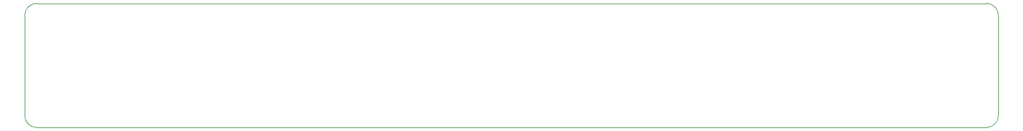
<source format=gbr>
%TF.GenerationSoftware,KiCad,Pcbnew,7.0.1*%
%TF.CreationDate,2023-08-09T15:39:39-03:00*%
%TF.ProjectId,QRE_12A,5152455f-3132-4412-9e6b-696361645f70,rev?*%
%TF.SameCoordinates,Original*%
%TF.FileFunction,Profile,NP*%
%FSLAX46Y46*%
G04 Gerber Fmt 4.6, Leading zero omitted, Abs format (unit mm)*
G04 Created by KiCad (PCBNEW 7.0.1) date 2023-08-09 15:39:39*
%MOMM*%
%LPD*%
G01*
G04 APERTURE LIST*
%TA.AperFunction,Profile*%
%ADD10C,0.100000*%
%TD*%
G04 APERTURE END LIST*
D10*
X213800000Y-117250000D02*
X80200000Y-117250000D01*
X213800000Y-117250000D02*
G75*
G03*
X215500000Y-115550000I0J1700000D01*
G01*
X78500000Y-115550000D02*
X78500000Y-101450000D01*
X80197919Y-99750001D02*
G75*
G03*
X78500000Y-101450000I2081J-1699999D01*
G01*
X213800000Y-99750000D02*
X80197919Y-99750000D01*
X78500000Y-115550000D02*
G75*
G03*
X80200000Y-117250000I1700000J0D01*
G01*
X215500000Y-101450000D02*
G75*
G03*
X213800000Y-99750000I-1700000J0D01*
G01*
X215500000Y-115550000D02*
X215500000Y-101450000D01*
M02*

</source>
